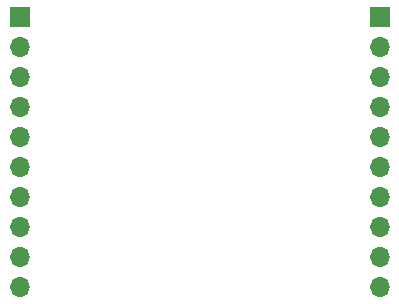
<source format=gbr>
%TF.GenerationSoftware,KiCad,Pcbnew,8.0.6*%
%TF.CreationDate,2025-04-09T16:55:17+02:00*%
%TF.ProjectId,stm32f205-breakout-board,73746d33-3266-4323-9035-2d627265616b,rev?*%
%TF.SameCoordinates,Original*%
%TF.FileFunction,Soldermask,Bot*%
%TF.FilePolarity,Negative*%
%FSLAX46Y46*%
G04 Gerber Fmt 4.6, Leading zero omitted, Abs format (unit mm)*
G04 Created by KiCad (PCBNEW 8.0.6) date 2025-04-09 16:55:17*
%MOMM*%
%LPD*%
G01*
G04 APERTURE LIST*
%ADD10R,1.700000X1.700000*%
%ADD11O,1.700000X1.700000*%
G04 APERTURE END LIST*
D10*
%TO.C,J2*%
X48260000Y-165100000D03*
D11*
X48260000Y-167640000D03*
X48260000Y-170180000D03*
X48260000Y-172720000D03*
X48260000Y-175260000D03*
X48260000Y-177800000D03*
X48260000Y-180340000D03*
X48260000Y-182880000D03*
X48260000Y-185420000D03*
X48260000Y-187960000D03*
%TD*%
D10*
%TO.C,J1*%
X17780000Y-165100000D03*
D11*
X17780000Y-167640000D03*
X17780000Y-170180000D03*
X17780000Y-172720000D03*
X17780000Y-175260000D03*
X17780000Y-177800000D03*
X17780000Y-180340000D03*
X17780000Y-182880000D03*
X17780000Y-185420000D03*
X17780000Y-187960000D03*
%TD*%
M02*

</source>
